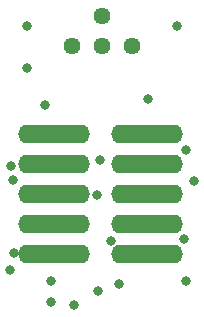
<source format=gbr>
%TF.GenerationSoftware,KiCad,Pcbnew,(7.0.0-rc2-224-g3ecd6ec186)*%
%TF.CreationDate,2023-02-20T11:58:51+01:00*%
%TF.ProjectId,TA726,54413732-362e-46b6-9963-61645f706362,rev?*%
%TF.SameCoordinates,Original*%
%TF.FileFunction,Soldermask,Bot*%
%TF.FilePolarity,Negative*%
%FSLAX46Y46*%
G04 Gerber Fmt 4.6, Leading zero omitted, Abs format (unit mm)*
G04 Created by KiCad (PCBNEW (7.0.0-rc2-224-g3ecd6ec186)) date 2023-02-20 11:58:51*
%MOMM*%
%LPD*%
G01*
G04 APERTURE LIST*
%ADD10C,1.440000*%
%ADD11O,6.100000X1.600000*%
%ADD12C,0.800000*%
G04 APERTURE END LIST*
D10*
%TO.C,RV1*%
X213842600Y-81864200D03*
X211302600Y-79324200D03*
X211302600Y-81864200D03*
X208762600Y-81864200D03*
%TD*%
D11*
%TO.C,J1*%
X207247462Y-99466399D03*
X207247462Y-96926399D03*
X207247462Y-94386399D03*
X207247462Y-91846399D03*
X207247462Y-89306399D03*
X215137462Y-89306399D03*
X215137462Y-91846399D03*
X215137462Y-94386399D03*
X215137462Y-96926399D03*
X215137462Y-99466399D03*
%TD*%
D12*
X219150500Y-93296583D03*
X218414600Y-101741400D03*
X217551399Y-89331800D03*
X203602170Y-92066322D03*
X203848512Y-93249888D03*
X210892336Y-94500109D03*
X218450999Y-90650000D03*
X211171812Y-91494588D03*
X206502000Y-86893400D03*
X204950000Y-80150000D03*
X212797600Y-102010000D03*
X217653305Y-80150001D03*
X207035400Y-103555800D03*
X215200001Y-86334602D03*
X203860400Y-99430000D03*
X204950000Y-83750000D03*
X218299998Y-98200000D03*
X207010000Y-101741398D03*
X210972400Y-102590600D03*
X208991200Y-103784400D03*
X203517500Y-100876100D03*
X212090000Y-98348800D03*
M02*

</source>
